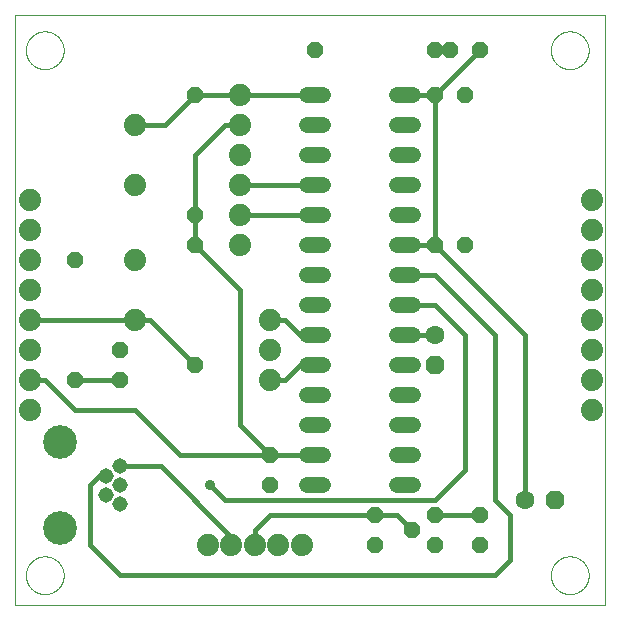
<source format=gtl>
G75*
%MOIN*%
%OFA0B0*%
%FSLAX25Y25*%
%IPPOS*%
%LPD*%
%AMOC8*
5,1,8,0,0,1.08239X$1,22.5*
%
%ADD10C,0.00000*%
%ADD11OC8,0.05200*%
%ADD12OC8,0.06300*%
%ADD13C,0.06300*%
%ADD14C,0.05200*%
%ADD15C,0.05150*%
%ADD16C,0.11220*%
%ADD17C,0.07400*%
%ADD18C,0.01600*%
%ADD19C,0.03562*%
D10*
X0001800Y0006800D02*
X0001800Y0203650D01*
X0198650Y0203650D01*
X0198650Y0006800D01*
X0001800Y0006800D01*
X0005501Y0016800D02*
X0005503Y0016958D01*
X0005509Y0017116D01*
X0005519Y0017274D01*
X0005533Y0017432D01*
X0005551Y0017589D01*
X0005572Y0017746D01*
X0005598Y0017902D01*
X0005628Y0018058D01*
X0005661Y0018213D01*
X0005699Y0018366D01*
X0005740Y0018519D01*
X0005785Y0018671D01*
X0005834Y0018822D01*
X0005887Y0018971D01*
X0005943Y0019119D01*
X0006003Y0019265D01*
X0006067Y0019410D01*
X0006135Y0019553D01*
X0006206Y0019695D01*
X0006280Y0019835D01*
X0006358Y0019972D01*
X0006440Y0020108D01*
X0006524Y0020242D01*
X0006613Y0020373D01*
X0006704Y0020502D01*
X0006799Y0020629D01*
X0006896Y0020754D01*
X0006997Y0020876D01*
X0007101Y0020995D01*
X0007208Y0021112D01*
X0007318Y0021226D01*
X0007431Y0021337D01*
X0007546Y0021446D01*
X0007664Y0021551D01*
X0007785Y0021653D01*
X0007908Y0021753D01*
X0008034Y0021849D01*
X0008162Y0021942D01*
X0008292Y0022032D01*
X0008425Y0022118D01*
X0008560Y0022202D01*
X0008696Y0022281D01*
X0008835Y0022358D01*
X0008976Y0022430D01*
X0009118Y0022500D01*
X0009262Y0022565D01*
X0009408Y0022627D01*
X0009555Y0022685D01*
X0009704Y0022740D01*
X0009854Y0022791D01*
X0010005Y0022838D01*
X0010157Y0022881D01*
X0010310Y0022920D01*
X0010465Y0022956D01*
X0010620Y0022987D01*
X0010776Y0023015D01*
X0010932Y0023039D01*
X0011089Y0023059D01*
X0011247Y0023075D01*
X0011404Y0023087D01*
X0011563Y0023095D01*
X0011721Y0023099D01*
X0011879Y0023099D01*
X0012037Y0023095D01*
X0012196Y0023087D01*
X0012353Y0023075D01*
X0012511Y0023059D01*
X0012668Y0023039D01*
X0012824Y0023015D01*
X0012980Y0022987D01*
X0013135Y0022956D01*
X0013290Y0022920D01*
X0013443Y0022881D01*
X0013595Y0022838D01*
X0013746Y0022791D01*
X0013896Y0022740D01*
X0014045Y0022685D01*
X0014192Y0022627D01*
X0014338Y0022565D01*
X0014482Y0022500D01*
X0014624Y0022430D01*
X0014765Y0022358D01*
X0014904Y0022281D01*
X0015040Y0022202D01*
X0015175Y0022118D01*
X0015308Y0022032D01*
X0015438Y0021942D01*
X0015566Y0021849D01*
X0015692Y0021753D01*
X0015815Y0021653D01*
X0015936Y0021551D01*
X0016054Y0021446D01*
X0016169Y0021337D01*
X0016282Y0021226D01*
X0016392Y0021112D01*
X0016499Y0020995D01*
X0016603Y0020876D01*
X0016704Y0020754D01*
X0016801Y0020629D01*
X0016896Y0020502D01*
X0016987Y0020373D01*
X0017076Y0020242D01*
X0017160Y0020108D01*
X0017242Y0019972D01*
X0017320Y0019835D01*
X0017394Y0019695D01*
X0017465Y0019553D01*
X0017533Y0019410D01*
X0017597Y0019265D01*
X0017657Y0019119D01*
X0017713Y0018971D01*
X0017766Y0018822D01*
X0017815Y0018671D01*
X0017860Y0018519D01*
X0017901Y0018366D01*
X0017939Y0018213D01*
X0017972Y0018058D01*
X0018002Y0017902D01*
X0018028Y0017746D01*
X0018049Y0017589D01*
X0018067Y0017432D01*
X0018081Y0017274D01*
X0018091Y0017116D01*
X0018097Y0016958D01*
X0018099Y0016800D01*
X0018097Y0016642D01*
X0018091Y0016484D01*
X0018081Y0016326D01*
X0018067Y0016168D01*
X0018049Y0016011D01*
X0018028Y0015854D01*
X0018002Y0015698D01*
X0017972Y0015542D01*
X0017939Y0015387D01*
X0017901Y0015234D01*
X0017860Y0015081D01*
X0017815Y0014929D01*
X0017766Y0014778D01*
X0017713Y0014629D01*
X0017657Y0014481D01*
X0017597Y0014335D01*
X0017533Y0014190D01*
X0017465Y0014047D01*
X0017394Y0013905D01*
X0017320Y0013765D01*
X0017242Y0013628D01*
X0017160Y0013492D01*
X0017076Y0013358D01*
X0016987Y0013227D01*
X0016896Y0013098D01*
X0016801Y0012971D01*
X0016704Y0012846D01*
X0016603Y0012724D01*
X0016499Y0012605D01*
X0016392Y0012488D01*
X0016282Y0012374D01*
X0016169Y0012263D01*
X0016054Y0012154D01*
X0015936Y0012049D01*
X0015815Y0011947D01*
X0015692Y0011847D01*
X0015566Y0011751D01*
X0015438Y0011658D01*
X0015308Y0011568D01*
X0015175Y0011482D01*
X0015040Y0011398D01*
X0014904Y0011319D01*
X0014765Y0011242D01*
X0014624Y0011170D01*
X0014482Y0011100D01*
X0014338Y0011035D01*
X0014192Y0010973D01*
X0014045Y0010915D01*
X0013896Y0010860D01*
X0013746Y0010809D01*
X0013595Y0010762D01*
X0013443Y0010719D01*
X0013290Y0010680D01*
X0013135Y0010644D01*
X0012980Y0010613D01*
X0012824Y0010585D01*
X0012668Y0010561D01*
X0012511Y0010541D01*
X0012353Y0010525D01*
X0012196Y0010513D01*
X0012037Y0010505D01*
X0011879Y0010501D01*
X0011721Y0010501D01*
X0011563Y0010505D01*
X0011404Y0010513D01*
X0011247Y0010525D01*
X0011089Y0010541D01*
X0010932Y0010561D01*
X0010776Y0010585D01*
X0010620Y0010613D01*
X0010465Y0010644D01*
X0010310Y0010680D01*
X0010157Y0010719D01*
X0010005Y0010762D01*
X0009854Y0010809D01*
X0009704Y0010860D01*
X0009555Y0010915D01*
X0009408Y0010973D01*
X0009262Y0011035D01*
X0009118Y0011100D01*
X0008976Y0011170D01*
X0008835Y0011242D01*
X0008696Y0011319D01*
X0008560Y0011398D01*
X0008425Y0011482D01*
X0008292Y0011568D01*
X0008162Y0011658D01*
X0008034Y0011751D01*
X0007908Y0011847D01*
X0007785Y0011947D01*
X0007664Y0012049D01*
X0007546Y0012154D01*
X0007431Y0012263D01*
X0007318Y0012374D01*
X0007208Y0012488D01*
X0007101Y0012605D01*
X0006997Y0012724D01*
X0006896Y0012846D01*
X0006799Y0012971D01*
X0006704Y0013098D01*
X0006613Y0013227D01*
X0006524Y0013358D01*
X0006440Y0013492D01*
X0006358Y0013628D01*
X0006280Y0013765D01*
X0006206Y0013905D01*
X0006135Y0014047D01*
X0006067Y0014190D01*
X0006003Y0014335D01*
X0005943Y0014481D01*
X0005887Y0014629D01*
X0005834Y0014778D01*
X0005785Y0014929D01*
X0005740Y0015081D01*
X0005699Y0015234D01*
X0005661Y0015387D01*
X0005628Y0015542D01*
X0005598Y0015698D01*
X0005572Y0015854D01*
X0005551Y0016011D01*
X0005533Y0016168D01*
X0005519Y0016326D01*
X0005509Y0016484D01*
X0005503Y0016642D01*
X0005501Y0016800D01*
X0005501Y0191800D02*
X0005503Y0191958D01*
X0005509Y0192116D01*
X0005519Y0192274D01*
X0005533Y0192432D01*
X0005551Y0192589D01*
X0005572Y0192746D01*
X0005598Y0192902D01*
X0005628Y0193058D01*
X0005661Y0193213D01*
X0005699Y0193366D01*
X0005740Y0193519D01*
X0005785Y0193671D01*
X0005834Y0193822D01*
X0005887Y0193971D01*
X0005943Y0194119D01*
X0006003Y0194265D01*
X0006067Y0194410D01*
X0006135Y0194553D01*
X0006206Y0194695D01*
X0006280Y0194835D01*
X0006358Y0194972D01*
X0006440Y0195108D01*
X0006524Y0195242D01*
X0006613Y0195373D01*
X0006704Y0195502D01*
X0006799Y0195629D01*
X0006896Y0195754D01*
X0006997Y0195876D01*
X0007101Y0195995D01*
X0007208Y0196112D01*
X0007318Y0196226D01*
X0007431Y0196337D01*
X0007546Y0196446D01*
X0007664Y0196551D01*
X0007785Y0196653D01*
X0007908Y0196753D01*
X0008034Y0196849D01*
X0008162Y0196942D01*
X0008292Y0197032D01*
X0008425Y0197118D01*
X0008560Y0197202D01*
X0008696Y0197281D01*
X0008835Y0197358D01*
X0008976Y0197430D01*
X0009118Y0197500D01*
X0009262Y0197565D01*
X0009408Y0197627D01*
X0009555Y0197685D01*
X0009704Y0197740D01*
X0009854Y0197791D01*
X0010005Y0197838D01*
X0010157Y0197881D01*
X0010310Y0197920D01*
X0010465Y0197956D01*
X0010620Y0197987D01*
X0010776Y0198015D01*
X0010932Y0198039D01*
X0011089Y0198059D01*
X0011247Y0198075D01*
X0011404Y0198087D01*
X0011563Y0198095D01*
X0011721Y0198099D01*
X0011879Y0198099D01*
X0012037Y0198095D01*
X0012196Y0198087D01*
X0012353Y0198075D01*
X0012511Y0198059D01*
X0012668Y0198039D01*
X0012824Y0198015D01*
X0012980Y0197987D01*
X0013135Y0197956D01*
X0013290Y0197920D01*
X0013443Y0197881D01*
X0013595Y0197838D01*
X0013746Y0197791D01*
X0013896Y0197740D01*
X0014045Y0197685D01*
X0014192Y0197627D01*
X0014338Y0197565D01*
X0014482Y0197500D01*
X0014624Y0197430D01*
X0014765Y0197358D01*
X0014904Y0197281D01*
X0015040Y0197202D01*
X0015175Y0197118D01*
X0015308Y0197032D01*
X0015438Y0196942D01*
X0015566Y0196849D01*
X0015692Y0196753D01*
X0015815Y0196653D01*
X0015936Y0196551D01*
X0016054Y0196446D01*
X0016169Y0196337D01*
X0016282Y0196226D01*
X0016392Y0196112D01*
X0016499Y0195995D01*
X0016603Y0195876D01*
X0016704Y0195754D01*
X0016801Y0195629D01*
X0016896Y0195502D01*
X0016987Y0195373D01*
X0017076Y0195242D01*
X0017160Y0195108D01*
X0017242Y0194972D01*
X0017320Y0194835D01*
X0017394Y0194695D01*
X0017465Y0194553D01*
X0017533Y0194410D01*
X0017597Y0194265D01*
X0017657Y0194119D01*
X0017713Y0193971D01*
X0017766Y0193822D01*
X0017815Y0193671D01*
X0017860Y0193519D01*
X0017901Y0193366D01*
X0017939Y0193213D01*
X0017972Y0193058D01*
X0018002Y0192902D01*
X0018028Y0192746D01*
X0018049Y0192589D01*
X0018067Y0192432D01*
X0018081Y0192274D01*
X0018091Y0192116D01*
X0018097Y0191958D01*
X0018099Y0191800D01*
X0018097Y0191642D01*
X0018091Y0191484D01*
X0018081Y0191326D01*
X0018067Y0191168D01*
X0018049Y0191011D01*
X0018028Y0190854D01*
X0018002Y0190698D01*
X0017972Y0190542D01*
X0017939Y0190387D01*
X0017901Y0190234D01*
X0017860Y0190081D01*
X0017815Y0189929D01*
X0017766Y0189778D01*
X0017713Y0189629D01*
X0017657Y0189481D01*
X0017597Y0189335D01*
X0017533Y0189190D01*
X0017465Y0189047D01*
X0017394Y0188905D01*
X0017320Y0188765D01*
X0017242Y0188628D01*
X0017160Y0188492D01*
X0017076Y0188358D01*
X0016987Y0188227D01*
X0016896Y0188098D01*
X0016801Y0187971D01*
X0016704Y0187846D01*
X0016603Y0187724D01*
X0016499Y0187605D01*
X0016392Y0187488D01*
X0016282Y0187374D01*
X0016169Y0187263D01*
X0016054Y0187154D01*
X0015936Y0187049D01*
X0015815Y0186947D01*
X0015692Y0186847D01*
X0015566Y0186751D01*
X0015438Y0186658D01*
X0015308Y0186568D01*
X0015175Y0186482D01*
X0015040Y0186398D01*
X0014904Y0186319D01*
X0014765Y0186242D01*
X0014624Y0186170D01*
X0014482Y0186100D01*
X0014338Y0186035D01*
X0014192Y0185973D01*
X0014045Y0185915D01*
X0013896Y0185860D01*
X0013746Y0185809D01*
X0013595Y0185762D01*
X0013443Y0185719D01*
X0013290Y0185680D01*
X0013135Y0185644D01*
X0012980Y0185613D01*
X0012824Y0185585D01*
X0012668Y0185561D01*
X0012511Y0185541D01*
X0012353Y0185525D01*
X0012196Y0185513D01*
X0012037Y0185505D01*
X0011879Y0185501D01*
X0011721Y0185501D01*
X0011563Y0185505D01*
X0011404Y0185513D01*
X0011247Y0185525D01*
X0011089Y0185541D01*
X0010932Y0185561D01*
X0010776Y0185585D01*
X0010620Y0185613D01*
X0010465Y0185644D01*
X0010310Y0185680D01*
X0010157Y0185719D01*
X0010005Y0185762D01*
X0009854Y0185809D01*
X0009704Y0185860D01*
X0009555Y0185915D01*
X0009408Y0185973D01*
X0009262Y0186035D01*
X0009118Y0186100D01*
X0008976Y0186170D01*
X0008835Y0186242D01*
X0008696Y0186319D01*
X0008560Y0186398D01*
X0008425Y0186482D01*
X0008292Y0186568D01*
X0008162Y0186658D01*
X0008034Y0186751D01*
X0007908Y0186847D01*
X0007785Y0186947D01*
X0007664Y0187049D01*
X0007546Y0187154D01*
X0007431Y0187263D01*
X0007318Y0187374D01*
X0007208Y0187488D01*
X0007101Y0187605D01*
X0006997Y0187724D01*
X0006896Y0187846D01*
X0006799Y0187971D01*
X0006704Y0188098D01*
X0006613Y0188227D01*
X0006524Y0188358D01*
X0006440Y0188492D01*
X0006358Y0188628D01*
X0006280Y0188765D01*
X0006206Y0188905D01*
X0006135Y0189047D01*
X0006067Y0189190D01*
X0006003Y0189335D01*
X0005943Y0189481D01*
X0005887Y0189629D01*
X0005834Y0189778D01*
X0005785Y0189929D01*
X0005740Y0190081D01*
X0005699Y0190234D01*
X0005661Y0190387D01*
X0005628Y0190542D01*
X0005598Y0190698D01*
X0005572Y0190854D01*
X0005551Y0191011D01*
X0005533Y0191168D01*
X0005519Y0191326D01*
X0005509Y0191484D01*
X0005503Y0191642D01*
X0005501Y0191800D01*
X0180501Y0191800D02*
X0180503Y0191958D01*
X0180509Y0192116D01*
X0180519Y0192274D01*
X0180533Y0192432D01*
X0180551Y0192589D01*
X0180572Y0192746D01*
X0180598Y0192902D01*
X0180628Y0193058D01*
X0180661Y0193213D01*
X0180699Y0193366D01*
X0180740Y0193519D01*
X0180785Y0193671D01*
X0180834Y0193822D01*
X0180887Y0193971D01*
X0180943Y0194119D01*
X0181003Y0194265D01*
X0181067Y0194410D01*
X0181135Y0194553D01*
X0181206Y0194695D01*
X0181280Y0194835D01*
X0181358Y0194972D01*
X0181440Y0195108D01*
X0181524Y0195242D01*
X0181613Y0195373D01*
X0181704Y0195502D01*
X0181799Y0195629D01*
X0181896Y0195754D01*
X0181997Y0195876D01*
X0182101Y0195995D01*
X0182208Y0196112D01*
X0182318Y0196226D01*
X0182431Y0196337D01*
X0182546Y0196446D01*
X0182664Y0196551D01*
X0182785Y0196653D01*
X0182908Y0196753D01*
X0183034Y0196849D01*
X0183162Y0196942D01*
X0183292Y0197032D01*
X0183425Y0197118D01*
X0183560Y0197202D01*
X0183696Y0197281D01*
X0183835Y0197358D01*
X0183976Y0197430D01*
X0184118Y0197500D01*
X0184262Y0197565D01*
X0184408Y0197627D01*
X0184555Y0197685D01*
X0184704Y0197740D01*
X0184854Y0197791D01*
X0185005Y0197838D01*
X0185157Y0197881D01*
X0185310Y0197920D01*
X0185465Y0197956D01*
X0185620Y0197987D01*
X0185776Y0198015D01*
X0185932Y0198039D01*
X0186089Y0198059D01*
X0186247Y0198075D01*
X0186404Y0198087D01*
X0186563Y0198095D01*
X0186721Y0198099D01*
X0186879Y0198099D01*
X0187037Y0198095D01*
X0187196Y0198087D01*
X0187353Y0198075D01*
X0187511Y0198059D01*
X0187668Y0198039D01*
X0187824Y0198015D01*
X0187980Y0197987D01*
X0188135Y0197956D01*
X0188290Y0197920D01*
X0188443Y0197881D01*
X0188595Y0197838D01*
X0188746Y0197791D01*
X0188896Y0197740D01*
X0189045Y0197685D01*
X0189192Y0197627D01*
X0189338Y0197565D01*
X0189482Y0197500D01*
X0189624Y0197430D01*
X0189765Y0197358D01*
X0189904Y0197281D01*
X0190040Y0197202D01*
X0190175Y0197118D01*
X0190308Y0197032D01*
X0190438Y0196942D01*
X0190566Y0196849D01*
X0190692Y0196753D01*
X0190815Y0196653D01*
X0190936Y0196551D01*
X0191054Y0196446D01*
X0191169Y0196337D01*
X0191282Y0196226D01*
X0191392Y0196112D01*
X0191499Y0195995D01*
X0191603Y0195876D01*
X0191704Y0195754D01*
X0191801Y0195629D01*
X0191896Y0195502D01*
X0191987Y0195373D01*
X0192076Y0195242D01*
X0192160Y0195108D01*
X0192242Y0194972D01*
X0192320Y0194835D01*
X0192394Y0194695D01*
X0192465Y0194553D01*
X0192533Y0194410D01*
X0192597Y0194265D01*
X0192657Y0194119D01*
X0192713Y0193971D01*
X0192766Y0193822D01*
X0192815Y0193671D01*
X0192860Y0193519D01*
X0192901Y0193366D01*
X0192939Y0193213D01*
X0192972Y0193058D01*
X0193002Y0192902D01*
X0193028Y0192746D01*
X0193049Y0192589D01*
X0193067Y0192432D01*
X0193081Y0192274D01*
X0193091Y0192116D01*
X0193097Y0191958D01*
X0193099Y0191800D01*
X0193097Y0191642D01*
X0193091Y0191484D01*
X0193081Y0191326D01*
X0193067Y0191168D01*
X0193049Y0191011D01*
X0193028Y0190854D01*
X0193002Y0190698D01*
X0192972Y0190542D01*
X0192939Y0190387D01*
X0192901Y0190234D01*
X0192860Y0190081D01*
X0192815Y0189929D01*
X0192766Y0189778D01*
X0192713Y0189629D01*
X0192657Y0189481D01*
X0192597Y0189335D01*
X0192533Y0189190D01*
X0192465Y0189047D01*
X0192394Y0188905D01*
X0192320Y0188765D01*
X0192242Y0188628D01*
X0192160Y0188492D01*
X0192076Y0188358D01*
X0191987Y0188227D01*
X0191896Y0188098D01*
X0191801Y0187971D01*
X0191704Y0187846D01*
X0191603Y0187724D01*
X0191499Y0187605D01*
X0191392Y0187488D01*
X0191282Y0187374D01*
X0191169Y0187263D01*
X0191054Y0187154D01*
X0190936Y0187049D01*
X0190815Y0186947D01*
X0190692Y0186847D01*
X0190566Y0186751D01*
X0190438Y0186658D01*
X0190308Y0186568D01*
X0190175Y0186482D01*
X0190040Y0186398D01*
X0189904Y0186319D01*
X0189765Y0186242D01*
X0189624Y0186170D01*
X0189482Y0186100D01*
X0189338Y0186035D01*
X0189192Y0185973D01*
X0189045Y0185915D01*
X0188896Y0185860D01*
X0188746Y0185809D01*
X0188595Y0185762D01*
X0188443Y0185719D01*
X0188290Y0185680D01*
X0188135Y0185644D01*
X0187980Y0185613D01*
X0187824Y0185585D01*
X0187668Y0185561D01*
X0187511Y0185541D01*
X0187353Y0185525D01*
X0187196Y0185513D01*
X0187037Y0185505D01*
X0186879Y0185501D01*
X0186721Y0185501D01*
X0186563Y0185505D01*
X0186404Y0185513D01*
X0186247Y0185525D01*
X0186089Y0185541D01*
X0185932Y0185561D01*
X0185776Y0185585D01*
X0185620Y0185613D01*
X0185465Y0185644D01*
X0185310Y0185680D01*
X0185157Y0185719D01*
X0185005Y0185762D01*
X0184854Y0185809D01*
X0184704Y0185860D01*
X0184555Y0185915D01*
X0184408Y0185973D01*
X0184262Y0186035D01*
X0184118Y0186100D01*
X0183976Y0186170D01*
X0183835Y0186242D01*
X0183696Y0186319D01*
X0183560Y0186398D01*
X0183425Y0186482D01*
X0183292Y0186568D01*
X0183162Y0186658D01*
X0183034Y0186751D01*
X0182908Y0186847D01*
X0182785Y0186947D01*
X0182664Y0187049D01*
X0182546Y0187154D01*
X0182431Y0187263D01*
X0182318Y0187374D01*
X0182208Y0187488D01*
X0182101Y0187605D01*
X0181997Y0187724D01*
X0181896Y0187846D01*
X0181799Y0187971D01*
X0181704Y0188098D01*
X0181613Y0188227D01*
X0181524Y0188358D01*
X0181440Y0188492D01*
X0181358Y0188628D01*
X0181280Y0188765D01*
X0181206Y0188905D01*
X0181135Y0189047D01*
X0181067Y0189190D01*
X0181003Y0189335D01*
X0180943Y0189481D01*
X0180887Y0189629D01*
X0180834Y0189778D01*
X0180785Y0189929D01*
X0180740Y0190081D01*
X0180699Y0190234D01*
X0180661Y0190387D01*
X0180628Y0190542D01*
X0180598Y0190698D01*
X0180572Y0190854D01*
X0180551Y0191011D01*
X0180533Y0191168D01*
X0180519Y0191326D01*
X0180509Y0191484D01*
X0180503Y0191642D01*
X0180501Y0191800D01*
X0180501Y0016800D02*
X0180503Y0016958D01*
X0180509Y0017116D01*
X0180519Y0017274D01*
X0180533Y0017432D01*
X0180551Y0017589D01*
X0180572Y0017746D01*
X0180598Y0017902D01*
X0180628Y0018058D01*
X0180661Y0018213D01*
X0180699Y0018366D01*
X0180740Y0018519D01*
X0180785Y0018671D01*
X0180834Y0018822D01*
X0180887Y0018971D01*
X0180943Y0019119D01*
X0181003Y0019265D01*
X0181067Y0019410D01*
X0181135Y0019553D01*
X0181206Y0019695D01*
X0181280Y0019835D01*
X0181358Y0019972D01*
X0181440Y0020108D01*
X0181524Y0020242D01*
X0181613Y0020373D01*
X0181704Y0020502D01*
X0181799Y0020629D01*
X0181896Y0020754D01*
X0181997Y0020876D01*
X0182101Y0020995D01*
X0182208Y0021112D01*
X0182318Y0021226D01*
X0182431Y0021337D01*
X0182546Y0021446D01*
X0182664Y0021551D01*
X0182785Y0021653D01*
X0182908Y0021753D01*
X0183034Y0021849D01*
X0183162Y0021942D01*
X0183292Y0022032D01*
X0183425Y0022118D01*
X0183560Y0022202D01*
X0183696Y0022281D01*
X0183835Y0022358D01*
X0183976Y0022430D01*
X0184118Y0022500D01*
X0184262Y0022565D01*
X0184408Y0022627D01*
X0184555Y0022685D01*
X0184704Y0022740D01*
X0184854Y0022791D01*
X0185005Y0022838D01*
X0185157Y0022881D01*
X0185310Y0022920D01*
X0185465Y0022956D01*
X0185620Y0022987D01*
X0185776Y0023015D01*
X0185932Y0023039D01*
X0186089Y0023059D01*
X0186247Y0023075D01*
X0186404Y0023087D01*
X0186563Y0023095D01*
X0186721Y0023099D01*
X0186879Y0023099D01*
X0187037Y0023095D01*
X0187196Y0023087D01*
X0187353Y0023075D01*
X0187511Y0023059D01*
X0187668Y0023039D01*
X0187824Y0023015D01*
X0187980Y0022987D01*
X0188135Y0022956D01*
X0188290Y0022920D01*
X0188443Y0022881D01*
X0188595Y0022838D01*
X0188746Y0022791D01*
X0188896Y0022740D01*
X0189045Y0022685D01*
X0189192Y0022627D01*
X0189338Y0022565D01*
X0189482Y0022500D01*
X0189624Y0022430D01*
X0189765Y0022358D01*
X0189904Y0022281D01*
X0190040Y0022202D01*
X0190175Y0022118D01*
X0190308Y0022032D01*
X0190438Y0021942D01*
X0190566Y0021849D01*
X0190692Y0021753D01*
X0190815Y0021653D01*
X0190936Y0021551D01*
X0191054Y0021446D01*
X0191169Y0021337D01*
X0191282Y0021226D01*
X0191392Y0021112D01*
X0191499Y0020995D01*
X0191603Y0020876D01*
X0191704Y0020754D01*
X0191801Y0020629D01*
X0191896Y0020502D01*
X0191987Y0020373D01*
X0192076Y0020242D01*
X0192160Y0020108D01*
X0192242Y0019972D01*
X0192320Y0019835D01*
X0192394Y0019695D01*
X0192465Y0019553D01*
X0192533Y0019410D01*
X0192597Y0019265D01*
X0192657Y0019119D01*
X0192713Y0018971D01*
X0192766Y0018822D01*
X0192815Y0018671D01*
X0192860Y0018519D01*
X0192901Y0018366D01*
X0192939Y0018213D01*
X0192972Y0018058D01*
X0193002Y0017902D01*
X0193028Y0017746D01*
X0193049Y0017589D01*
X0193067Y0017432D01*
X0193081Y0017274D01*
X0193091Y0017116D01*
X0193097Y0016958D01*
X0193099Y0016800D01*
X0193097Y0016642D01*
X0193091Y0016484D01*
X0193081Y0016326D01*
X0193067Y0016168D01*
X0193049Y0016011D01*
X0193028Y0015854D01*
X0193002Y0015698D01*
X0192972Y0015542D01*
X0192939Y0015387D01*
X0192901Y0015234D01*
X0192860Y0015081D01*
X0192815Y0014929D01*
X0192766Y0014778D01*
X0192713Y0014629D01*
X0192657Y0014481D01*
X0192597Y0014335D01*
X0192533Y0014190D01*
X0192465Y0014047D01*
X0192394Y0013905D01*
X0192320Y0013765D01*
X0192242Y0013628D01*
X0192160Y0013492D01*
X0192076Y0013358D01*
X0191987Y0013227D01*
X0191896Y0013098D01*
X0191801Y0012971D01*
X0191704Y0012846D01*
X0191603Y0012724D01*
X0191499Y0012605D01*
X0191392Y0012488D01*
X0191282Y0012374D01*
X0191169Y0012263D01*
X0191054Y0012154D01*
X0190936Y0012049D01*
X0190815Y0011947D01*
X0190692Y0011847D01*
X0190566Y0011751D01*
X0190438Y0011658D01*
X0190308Y0011568D01*
X0190175Y0011482D01*
X0190040Y0011398D01*
X0189904Y0011319D01*
X0189765Y0011242D01*
X0189624Y0011170D01*
X0189482Y0011100D01*
X0189338Y0011035D01*
X0189192Y0010973D01*
X0189045Y0010915D01*
X0188896Y0010860D01*
X0188746Y0010809D01*
X0188595Y0010762D01*
X0188443Y0010719D01*
X0188290Y0010680D01*
X0188135Y0010644D01*
X0187980Y0010613D01*
X0187824Y0010585D01*
X0187668Y0010561D01*
X0187511Y0010541D01*
X0187353Y0010525D01*
X0187196Y0010513D01*
X0187037Y0010505D01*
X0186879Y0010501D01*
X0186721Y0010501D01*
X0186563Y0010505D01*
X0186404Y0010513D01*
X0186247Y0010525D01*
X0186089Y0010541D01*
X0185932Y0010561D01*
X0185776Y0010585D01*
X0185620Y0010613D01*
X0185465Y0010644D01*
X0185310Y0010680D01*
X0185157Y0010719D01*
X0185005Y0010762D01*
X0184854Y0010809D01*
X0184704Y0010860D01*
X0184555Y0010915D01*
X0184408Y0010973D01*
X0184262Y0011035D01*
X0184118Y0011100D01*
X0183976Y0011170D01*
X0183835Y0011242D01*
X0183696Y0011319D01*
X0183560Y0011398D01*
X0183425Y0011482D01*
X0183292Y0011568D01*
X0183162Y0011658D01*
X0183034Y0011751D01*
X0182908Y0011847D01*
X0182785Y0011947D01*
X0182664Y0012049D01*
X0182546Y0012154D01*
X0182431Y0012263D01*
X0182318Y0012374D01*
X0182208Y0012488D01*
X0182101Y0012605D01*
X0181997Y0012724D01*
X0181896Y0012846D01*
X0181799Y0012971D01*
X0181704Y0013098D01*
X0181613Y0013227D01*
X0181524Y0013358D01*
X0181440Y0013492D01*
X0181358Y0013628D01*
X0181280Y0013765D01*
X0181206Y0013905D01*
X0181135Y0014047D01*
X0181067Y0014190D01*
X0181003Y0014335D01*
X0180943Y0014481D01*
X0180887Y0014629D01*
X0180834Y0014778D01*
X0180785Y0014929D01*
X0180740Y0015081D01*
X0180699Y0015234D01*
X0180661Y0015387D01*
X0180628Y0015542D01*
X0180598Y0015698D01*
X0180572Y0015854D01*
X0180551Y0016011D01*
X0180533Y0016168D01*
X0180519Y0016326D01*
X0180509Y0016484D01*
X0180503Y0016642D01*
X0180501Y0016800D01*
D11*
X0156800Y0026800D03*
X0156800Y0036800D03*
X0141800Y0036800D03*
X0134300Y0031800D03*
X0141800Y0026800D03*
X0121800Y0026800D03*
X0121800Y0036800D03*
X0086800Y0046800D03*
X0086800Y0056800D03*
X0061800Y0086800D03*
X0036800Y0081800D03*
X0036800Y0091800D03*
X0021800Y0081800D03*
X0021800Y0121800D03*
X0061800Y0126800D03*
X0061800Y0136800D03*
X0061800Y0176800D03*
X0101800Y0191800D03*
X0141800Y0191800D03*
X0146800Y0191800D03*
X0156800Y0191800D03*
X0151800Y0176800D03*
X0141800Y0176800D03*
X0141800Y0126800D03*
X0151800Y0126800D03*
D12*
X0141800Y0086800D03*
X0181800Y0041800D03*
D13*
X0171800Y0041800D03*
X0141800Y0096800D03*
D14*
X0134400Y0096800D02*
X0129200Y0096800D01*
X0129200Y0086800D02*
X0134400Y0086800D01*
X0134400Y0076800D02*
X0129200Y0076800D01*
X0129200Y0066800D02*
X0134400Y0066800D01*
X0134400Y0056800D02*
X0129200Y0056800D01*
X0129200Y0046800D02*
X0134400Y0046800D01*
X0104400Y0046800D02*
X0099200Y0046800D01*
X0099200Y0056800D02*
X0104400Y0056800D01*
X0104400Y0066800D02*
X0099200Y0066800D01*
X0099200Y0076800D02*
X0104400Y0076800D01*
X0104400Y0086800D02*
X0099200Y0086800D01*
X0099200Y0096800D02*
X0104400Y0096800D01*
X0104400Y0106800D02*
X0099200Y0106800D01*
X0099200Y0116800D02*
X0104400Y0116800D01*
X0104400Y0126800D02*
X0099200Y0126800D01*
X0099200Y0136800D02*
X0104400Y0136800D01*
X0104400Y0146800D02*
X0099200Y0146800D01*
X0099200Y0156800D02*
X0104400Y0156800D01*
X0104400Y0166800D02*
X0099200Y0166800D01*
X0099200Y0176800D02*
X0104400Y0176800D01*
X0129200Y0176800D02*
X0134400Y0176800D01*
X0134400Y0166800D02*
X0129200Y0166800D01*
X0129200Y0156800D02*
X0134400Y0156800D01*
X0134400Y0146800D02*
X0129200Y0146800D01*
X0129200Y0136800D02*
X0134400Y0136800D01*
X0134400Y0126800D02*
X0129200Y0126800D01*
X0129200Y0116800D02*
X0134400Y0116800D01*
X0134400Y0106800D02*
X0129200Y0106800D01*
D15*
X0036879Y0053099D03*
X0032154Y0049950D03*
X0036879Y0046800D03*
X0032154Y0043650D03*
X0036879Y0040501D03*
D16*
X0016800Y0032430D03*
X0016800Y0061170D03*
D17*
X0006800Y0071800D03*
X0006800Y0081800D03*
X0006800Y0091800D03*
X0006800Y0101800D03*
X0006800Y0111800D03*
X0006800Y0121800D03*
X0006800Y0131800D03*
X0006800Y0141800D03*
X0041800Y0146800D03*
X0041800Y0166800D03*
X0076800Y0166800D03*
X0076800Y0156800D03*
X0076800Y0146800D03*
X0076800Y0136800D03*
X0076800Y0126800D03*
X0086800Y0101800D03*
X0086800Y0091800D03*
X0086800Y0081800D03*
X0041800Y0101800D03*
X0041800Y0121800D03*
X0076800Y0176800D03*
X0194300Y0141800D03*
X0194300Y0131800D03*
X0194300Y0121800D03*
X0194300Y0111800D03*
X0194300Y0101800D03*
X0194300Y0091800D03*
X0194300Y0081800D03*
X0194300Y0071800D03*
X0097548Y0026800D03*
X0089674Y0026800D03*
X0081800Y0026800D03*
X0073926Y0026800D03*
X0066052Y0026800D03*
D18*
X0073926Y0026800D02*
X0073926Y0029674D01*
X0050501Y0053099D01*
X0036879Y0053099D01*
X0032154Y0049950D02*
X0029950Y0049950D01*
X0026800Y0046800D01*
X0026800Y0026800D01*
X0036800Y0016800D01*
X0161800Y0016800D01*
X0166800Y0021800D01*
X0166800Y0036800D01*
X0161800Y0041800D01*
X0161800Y0096800D01*
X0141800Y0116800D01*
X0131800Y0116800D01*
X0131800Y0106800D02*
X0141800Y0106800D01*
X0151800Y0096800D01*
X0151800Y0051800D01*
X0141800Y0041800D01*
X0071800Y0041800D01*
X0066800Y0046800D01*
X0056800Y0056800D02*
X0041800Y0071800D01*
X0021800Y0071800D01*
X0011800Y0081800D01*
X0006800Y0081800D01*
X0021800Y0081800D02*
X0036800Y0081800D01*
X0041800Y0101800D02*
X0046800Y0101800D01*
X0061800Y0086800D01*
X0076800Y0066800D02*
X0076800Y0111800D01*
X0061800Y0126800D01*
X0061800Y0136800D01*
X0061800Y0156800D01*
X0071800Y0166800D01*
X0076800Y0166800D01*
X0076800Y0176800D02*
X0061800Y0176800D01*
X0051800Y0166800D01*
X0041800Y0166800D01*
X0076800Y0176800D02*
X0101800Y0176800D01*
X0101800Y0146800D02*
X0076800Y0146800D01*
X0076800Y0136800D02*
X0101800Y0136800D01*
X0131800Y0126800D02*
X0141800Y0126800D01*
X0171800Y0096800D01*
X0171800Y0041800D01*
X0156800Y0036800D02*
X0141800Y0036800D01*
X0134300Y0031800D02*
X0129300Y0036800D01*
X0121800Y0036800D01*
X0086800Y0036800D01*
X0081800Y0031800D01*
X0081800Y0026800D01*
X0086800Y0056800D02*
X0056800Y0056800D01*
X0076800Y0066800D02*
X0086800Y0056800D01*
X0101800Y0056800D01*
X0091800Y0081800D02*
X0086800Y0081800D01*
X0091800Y0081800D02*
X0096800Y0086800D01*
X0101800Y0086800D01*
X0101800Y0096800D02*
X0096800Y0096800D01*
X0091800Y0101800D01*
X0086800Y0101800D01*
X0041800Y0101800D02*
X0006800Y0101800D01*
X0131800Y0096800D02*
X0141800Y0096800D01*
X0141800Y0126800D02*
X0141800Y0176800D01*
X0156800Y0191800D01*
X0146800Y0191800D02*
X0141800Y0191800D01*
X0141800Y0176800D02*
X0131800Y0176800D01*
D19*
X0066800Y0046800D03*
M02*

</source>
